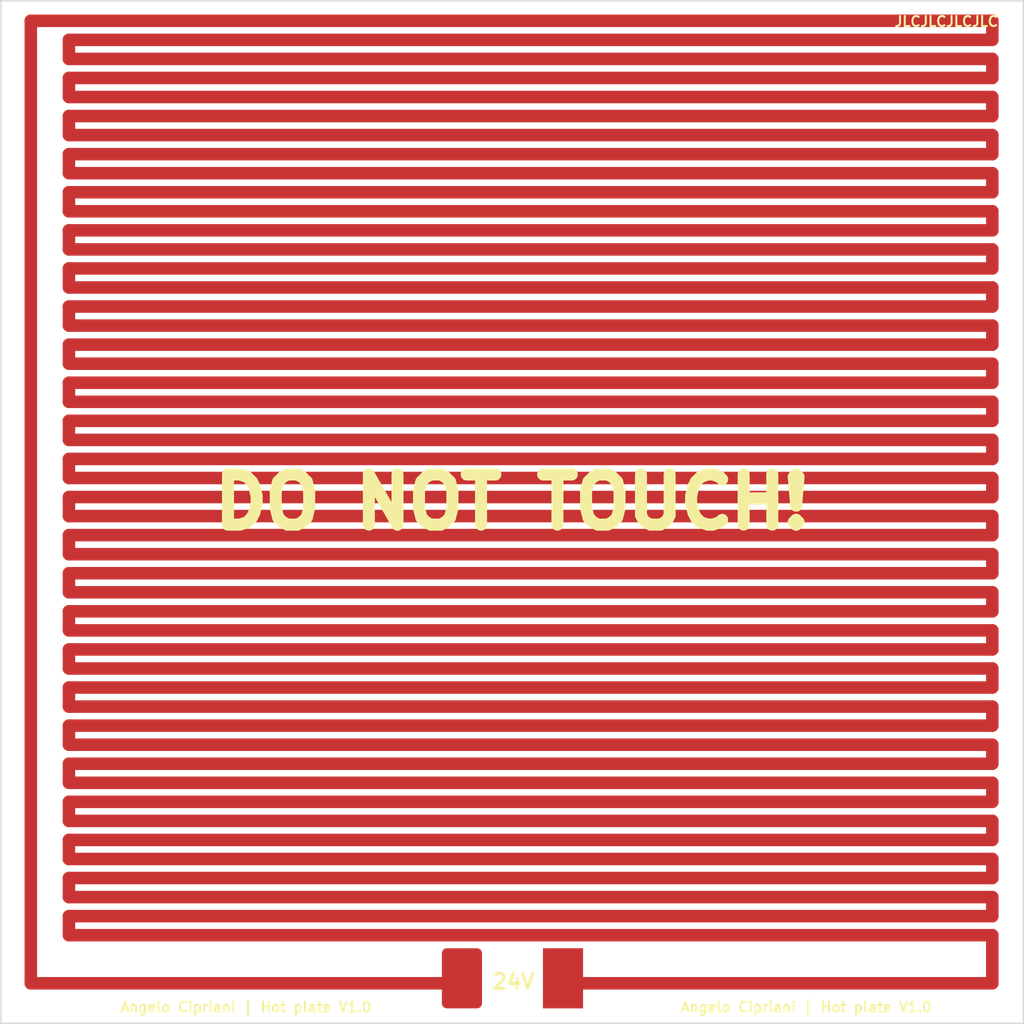
<source format=kicad_pcb>
(kicad_pcb (version 20221018) (generator pcbnew)
  (title_block (title "Hot plate") (date "2023-12-29") (rev "1.0") (company "Angelo Cipriani"))
  (layers (0 "F.Cu" signal) (31 "B.Cu" signal) (35 "F.Paste" user) (36 "B.SilkS" user "B.Silkscreen") (37 "F.SilkS" user "F.Silkscreen") (38 "B.Mask" user) (39 "F.Mask" user) (44 "Edge.Cuts" user))
  (net 0 "")
  (net 1 "Net-(J1-Pin_1)")
  (footprint "Project:Connector" (layer "F.Cu") (at 151 147.5)
    (fp_text reference "J1" hide)
    (fp_text value "Heater")
    (pad "1" smd roundrect (at -5 0) (size 4 6) (layers "F.Cu" "F.Paste" "F.Mask") (roundrect_rratio 0.125) (net 1 "Net-(J1-Pin_1)"))
    (pad "2" smd rect (at 5.08 0) (size 4 6) (layers "F.Cu" "F.Paste" "F.Mask") (net 1 "Net-(J1-Pin_1)"))
  )
  (gr_rect locked (start 100 50) (end 202 152) (stroke (width 0.15)) (fill none) (layer "Edge.Cuts"))
  (gr_text "DO NOT TOUCH!" (at 151 100) (layer "F.SilkS") (effects (font (size 5 5) (thickness 1.2) bold)))
  (gr_text "Angelo Cipriani | Hot plate V1.0" (at 124.46 150.368) (layer "F.SilkS") (effects (font (size 1 1) (thickness 0.2) bold)))
  (gr_text "JLCJLCJLCJLC" (at 194.31 52.07) (layer "F.SilkS") (effects (font (size 1 1) (thickness 0.2) bold)))
  (gr_text "24V" (at 151.13 147.828) (layer "F.SilkS") (effects (font (size 1.5 1.5) (thickness 0.3) bold)))
  (gr_text "Angelo Cipriani | Hot plate V1.0" (at 180.34 150.368) (layer "F.SilkS") (effects (font (size 1 1) (thickness 0.2) bold)))
  (segment (start 198.9 112.8) (end 198.9 114.7) (width 1.25) (layer "F.Cu") (net 1))
  (segment (start 198.9 86.2) (end 198.9 88.1) (width 1.25) (layer "F.Cu") (net 1))
  (segment (start 106.8 82.4) (end 198.9 82.4) (width 1.25) (layer "F.Cu") (net 1))
  (segment (start 106.8 63.4) (end 198.9 63.4) (width 1.25) (layer "F.Cu") (net 1))
  (segment (start 106.8 99.5) (end 106.8 101.4) (width 1.25) (layer "F.Cu") (net 1))
  (segment (start 198.9 107.1) (end 106.8 107.1) (width 1.25) (layer "F.Cu") (net 1))
  (segment (start 198.9 141.3) (end 106.8 141.3) (width 1.25) (layer "F.Cu") (net 1))
  (segment (start 106.8 128) (end 198.9 128) (width 1.25) (layer "F.Cu") (net 1))
  (segment (start 106.8 129.9) (end 106.8 131.8) (width 1.25) (layer "F.Cu") (net 1))
  (segment (start 198.9 67.2) (end 198.9 69.1) (width 1.25) (layer "F.Cu") (net 1))
  (segment (start 106.8 80.5) (end 106.8 82.4) (width 1.25) (layer "F.Cu") (net 1))
  (segment (start 106.8 95.7) (end 106.8 97.6) (width 1.25) (layer "F.Cu") (net 1))
  (segment (start 106.8 116.6) (end 198.9 116.6) (width 1.25) (layer "F.Cu") (net 1))
  (segment (start 198.9 103.3) (end 106.8 103.3) (width 1.25) (layer "F.Cu") (net 1))
  (segment (start 106.8 67.2) (end 198.9 67.2) (width 1.25) (layer "F.Cu") (net 1))
  (segment (start 198.9 131.8) (end 198.9 133.7) (width 1.25) (layer "F.Cu") (net 1))
  (segment (start 106.8 76.7) (end 106.8 78.6) (width 1.25) (layer "F.Cu") (net 1))
  (segment (start 106.8 112.8) (end 198.9 112.8) (width 1.25) (layer "F.Cu") (net 1))
  (segment (start 106.8 57.7) (end 106.8 59.6) (width 1.25) (layer "F.Cu") (net 1))
  (segment (start 106.8 72.9) (end 106.8 74.8) (width 1.25) (layer "F.Cu") (net 1))
  (segment (start 147 148) (end 147 148) (width 1.25) (layer "F.Cu") (net 1))
  (segment (start 106.8 84.3) (end 106.8 86.2) (width 1.25) (layer "F.Cu") (net 1))
  (segment (start 103 148) (end 103 52) (width 1.25) (layer "F.Cu") (net 1))
  (segment (start 106.8 107.1) (end 106.8 109) (width 1.25) (layer "F.Cu") (net 1))
  (segment (start 198.9 63.4) (end 198.9 65.3) (width 1.25) (layer "F.Cu") (net 1))
  (segment (start 106.8 86.2) (end 198.9 86.2) (width 1.25) (layer "F.Cu") (net 1))
  (segment (start 106.8 103.3) (end 106.8 105.2) (width 1.25) (layer "F.Cu") (net 1))
  (segment (start 106.8 143.2) (end 198.9 143.2) (width 1.25) (layer "F.Cu") (net 1))
  (segment (start 106.8 90) (end 198.9 90) (width 1.25) (layer "F.Cu") (net 1))
  (segment (start 198.9 59.6) (end 198.9 61.5) (width 1.25) (layer "F.Cu") (net 1))
  (segment (start 198.9 99.5) (end 106.8 99.5) (width 1.25) (layer "F.Cu") (net 1))
  (segment (start 198.9 91.9) (end 106.8 91.9) (width 1.25) (layer "F.Cu") (net 1))
  (segment (start 198.9 88.1) (end 106.8 88.1) (width 1.25) (layer "F.Cu") (net 1))
  (segment (start 198.9 84.3) (end 106.8 84.3) (width 1.25) (layer "F.Cu") (net 1))
  (segment (start 198.9 69.1) (end 106.8 69.1) (width 1.25) (layer "F.Cu") (net 1))
  (segment (start 106.8 118.5) (end 106.8 120.4) (width 1.25) (layer "F.Cu") (net 1))
  (segment (start 106.8 137.5) (end 106.8 139.4) (width 1.25) (layer "F.Cu") (net 1))
  (segment (start 106.8 78.6) (end 198.9 78.6) (width 1.25) (layer "F.Cu") (net 1))
  (segment (start 198.9 135.6) (end 198.9 137.5) (width 1.25) (layer "F.Cu") (net 1))
  (segment (start 198.9 139.4) (end 198.9 141.3) (width 1.25) (layer "F.Cu") (net 1))
  (segment (start 106.8 55.8) (end 198.9 55.8) (width 1.25) (layer "F.Cu") (net 1))
  (segment (start 106.8 97.6) (end 198.9 97.6) (width 1.25) (layer "F.Cu") (net 1))
  (segment (start 198.9 110.9) (end 106.8 110.9) (width 1.25) (layer "F.Cu") (net 1))
  (segment (start 106.8 69.1) (end 106.8 71) (width 1.25) (layer "F.Cu") (net 1))
  (segment (start 198.9 80.5) (end 106.8 80.5) (width 1.25) (layer "F.Cu") (net 1))
  (segment (start 106.8 93.8) (end 198.9 93.8) (width 1.25) (layer "F.Cu") (net 1))
  (segment (start 198.9 72.9) (end 106.8 72.9) (width 1.25) (layer "F.Cu") (net 1))
  (segment (start 106.8 109) (end 198.9 109) (width 1.25) (layer "F.Cu") (net 1))
  (segment (start 198.9 118.5) (end 106.8 118.5) (width 1.25) (layer "F.Cu") (net 1))
  (segment (start 106.8 101.4) (end 198.9 101.4) (width 1.25) (layer "F.Cu") (net 1))
  (segment (start 106.8 61.5) (end 106.8 63.4) (width 1.25) (layer "F.Cu") (net 1))
  (segment (start 106.8 88.1) (end 106.8 90) (width 1.25) (layer "F.Cu") (net 1))
  (segment (start 198.9 95.7) (end 106.8 95.7) (width 1.25) (layer "F.Cu") (net 1))
  (segment (start 198.9 148) (end 157.9 148) (width 1.25) (layer "F.Cu") (net 1))
  (segment (start 198.9 114.7) (end 106.8 114.7) (width 1.25) (layer "F.Cu") (net 1))
  (segment (start 198.9 97.6) (end 198.9 99.5) (width 1.25) (layer "F.Cu") (net 1))
  (segment (start 106.8 122.3) (end 106.8 124.2) (width 1.25) (layer "F.Cu") (net 1))
  (segment (start 106.8 124.2) (end 198.9 124.2) (width 1.25) (layer "F.Cu") (net 1))
  (segment (start 198.9 129.9) (end 106.8 129.9) (width 1.25) (layer "F.Cu") (net 1))
  (segment (start 198.9 76.7) (end 106.8 76.7) (width 1.25) (layer "F.Cu") (net 1))
  (segment (start 198.9 116.6) (end 198.9 118.5) (width 1.25) (layer "F.Cu") (net 1))
  (segment (start 198.9 71) (end 198.9 72.9) (width 1.25) (layer "F.Cu") (net 1))
  (segment (start 106.8 110.9) (end 106.8 112.8) (width 1.25) (layer "F.Cu") (net 1))
  (segment (start 106.8 133.7) (end 106.8 135.6) (width 1.25) (layer "F.Cu") (net 1))
  (segment (start 147 148) (end 103 148) (width 1.25) (layer "F.Cu") (net 1))
  (segment (start 198.9 120.4) (end 198.9 122.3) (width 1.25) (layer "F.Cu") (net 1))
  (segment (start 198.9 93.8) (end 198.9 95.7) (width 1.25) (layer "F.Cu") (net 1))
  (segment (start 106.8 65.3) (end 106.8 67.2) (width 1.25) (layer "F.Cu") (net 1))
  (segment (start 198.9 61.5) (end 106.8 61.5) (width 1.25) (layer "F.Cu") (net 1))
  (segment (start 106.8 131.8) (end 198.9 131.8) (width 1.25) (layer "F.Cu") (net 1))
  (segment (start 198.9 52) (end 198.9 53.9) (width 1.25) (layer "F.Cu") (net 1))
  (segment (start 198.9 101.4) (end 198.9 103.3) (width 1.25) (layer "F.Cu") (net 1))
  (segment (start 106.8 71) (end 198.9 71) (width 1.25) (layer "F.Cu") (net 1))
  (segment (start 198.9 74.8) (end 198.9 76.7) (width 1.25) (layer "F.Cu") (net 1))
  (segment (start 198.9 133.7) (end 106.8 133.7) (width 1.25) (layer "F.Cu") (net 1))
  (segment (start 106.8 141.3) (end 106.8 143.2) (width 1.25) (layer "F.Cu") (net 1))
  (segment (start 198.9 53.9) (end 106.8 53.9) (width 1.25) (layer "F.Cu") (net 1))
  (segment (start 106.8 53.9) (end 106.8 55.8) (width 1.25) (layer "F.Cu") (net 1))
  (segment (start 198.9 90) (end 198.9 91.9) (width 1.25) (layer "F.Cu") (net 1))
  (segment (start 198.9 109) (end 198.9 110.9) (width 1.25) (layer "F.Cu") (net 1))
  (segment (start 106.8 126.1) (end 106.8 128) (width 1.25) (layer "F.Cu") (net 1))
  (segment (start 198.9 143.2) (end 198.9 148) (width 1.25) (layer "F.Cu") (net 1))
  (segment (start 198.9 105.2) (end 198.9 107.1) (width 1.25) (layer "F.Cu") (net 1))
  (segment (start 198.9 122.3) (end 106.8 122.3) (width 1.25) (layer "F.Cu") (net 1))
  (segment (start 198.9 55.8) (end 198.9 57.7) (width 1.25) (layer "F.Cu") (net 1))
  (segment (start 103 52) (end 198.9 52) (width 1.25) (layer "F.Cu") (net 1))
  (segment (start 106.8 91.9) (end 106.8 93.8) (width 1.25) (layer "F.Cu") (net 1))
  (segment (start 198.9 65.3) (end 106.8 65.3) (width 1.25) (layer "F.Cu") (net 1))
  (segment (start 106.8 59.6) (end 198.9 59.6) (width 1.25) (layer "F.Cu") (net 1))
  (segment (start 198.9 57.7) (end 106.8 57.7) (width 1.25) (layer "F.Cu") (net 1))
  (segment (start 106.8 120.4) (end 198.9 120.4) (width 1.25) (layer "F.Cu") (net 1))
  (segment (start 198.9 126.1) (end 106.8 126.1) (width 1.25) (layer "F.Cu") (net 1))
  (segment (start 198.9 78.6) (end 198.9 80.5) (width 1.25) (layer "F.Cu") (net 1))
  (segment (start 106.8 139.4) (end 198.9 139.4) (width 1.25) (layer "F.Cu") (net 1))
  (segment (start 106.8 114.7) (end 106.8 116.6) (width 1.25) (layer "F.Cu") (net 1))
  (segment (start 106.8 74.8) (end 198.9 74.8) (width 1.25) (layer "F.Cu") (net 1))
  (segment (start 198.9 82.4) (end 198.9 84.3) (width 1.25) (layer "F.Cu") (net 1))
  (segment (start 106.8 105.2) (end 198.9 105.2) (width 1.25) (layer "F.Cu") (net 1))
  (segment (start 198.9 124.2) (end 198.9 126.1) (width 1.25) (layer "F.Cu") (net 1))
  (segment (start 106.8 135.6) (end 198.9 135.6) (width 1.25) (layer "F.Cu") (net 1))
  (segment (start 198.9 128) (end 198.9 129.9) (width 1.25) (layer "F.Cu") (net 1))
  (segment (start 198.9 137.5) (end 106.8 137.5) (width 1.25) (layer "F.Cu") (net 1))
)
</source>
